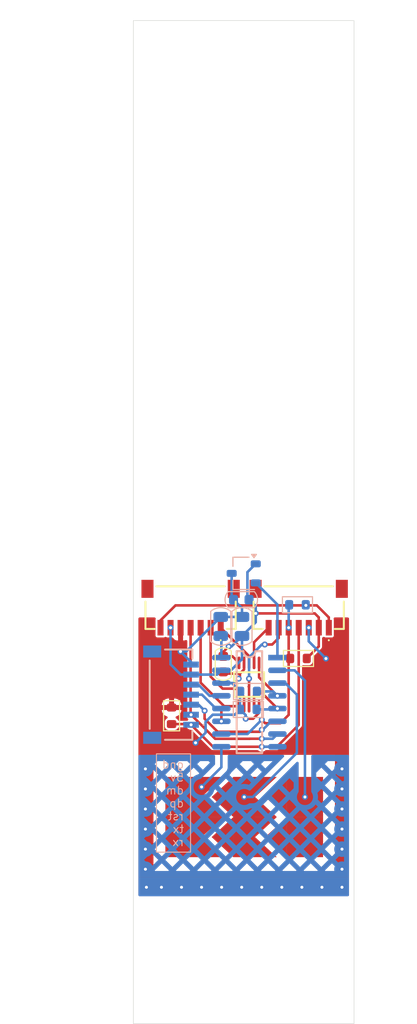
<source format=kicad_pcb>
(kicad_pcb (version 20241229) (generator "pcbnew") (generator_version "9.0")
  (layers (0 "F.Cu" signal) (2 "B.Cu" signal) (13 "F.Paste" user) (15 "B.Paste" user) (5 "F.SilkS" user "F.Silkscreen") (7 "B.SilkS" user "B.Silkscreen") (1 "F.Mask" user) (3 "B.Mask" user) (25 "Edge.Cuts" user))
  (net 0 "")
  (net 1 "Net-(U4-V33)")
  (net 2 "GND")
  (net 3 "5V")
  (net 4 "/DM")
  (net 5 "/DP")
  (net 6 "/OK_NEXT")
  (net 7 "/RESET")
  (net 8 "/TIN0")
  (net 9 "/TIN1")
  (net 10 "/TIN2")
  (net 11 "/MCS")
  (net 12 "/SDA_NEXT")
  (net 13 "/AIN")
  (net 14 "/SCK_NEXT")
  (net 15 "/CS_NEXT")
  (net 16 "/SDA_PREV")
  (net 17 "/SCK_PREV")
  (net 18 "/CS_PREV")
  (net 19 "/SCK")
  (net 20 "/SDA")
  (net 21 "/OK_PREV")
  (footprint "PCM_Capacitor_SMD_AKL:C_0603_1608Metric" (layer "F.Cu") (at 173.160894 94.55275 -90)
    (property "Reference" "C4" (hide yes))
    (property "Value" "100N" (hide yes))
    (fp_line (start -1.3 0.800002) (end 1.3 0.8) (stroke (width 0.12)) (layer "F.SilkS"))
    (fp_line (start 1.3 -0.800002) (end -1.3 -0.8) (stroke (width 0.12)) (layer "F.SilkS"))
    (fp_arc (start -1.3 0.800002) (mid -1.619939 0.000001) (end -1.3 -0.8) (stroke (width 0.12)) (layer "F.SilkS"))
    (fp_arc (start 1.3 -0.800002) (mid 1.619939 -0.000001) (end 1.3 0.8) (stroke (width 0.12)) (layer "F.SilkS"))
    (pad "1" smd roundrect (at -0.775 0 270) (size 0.9 0.95) (layers "F.Cu" "F.Mask" "F.Paste") (net 3 "5V"))
    (pad "2" smd roundrect (at 0.775 0 270) (size 0.9 0.95) (layers "F.Cu" "F.Mask" "F.Paste") (net 2 "GND"))
  )
  (footprint "MountingHole:MountingHole_3.2mm_M3" (layer "F.Cu") (at 181.2 33.8)
    (property "Reference" "H2" (hide yes))
    (property "Value" "FIXED")
    (pad "" np_thru_hole circle (at 0 0) (size 3.2 3.2) (drill 3.2) (layers "*.Cu" "*.Mask"))
  )
  (footprint "PCM_Resistor_SMD_AKL:R_0603_1608Metric" (layer "F.Cu") (at 180.66 93.99175 180)
    (property "Reference" "R1" (hide yes))
    (property "Value" "4.7K" (hide yes))
    (fp_line (start 1.5 0.8) (end 1.5 -0.8) (stroke (width 0.12)) (layer "F.SilkS"))
    (fp_line (start 1.5 -0.8) (end -1.5 -0.8) (stroke (width 0.12)) (layer "F.SilkS"))
    (fp_line (start -1.5 0.8) (end 1.5 0.8) (stroke (width 0.12)) (layer "F.SilkS"))
    (fp_line (start -1.5 -0.8) (end -1.5 0.8) (stroke (width 0.12)) (layer "F.SilkS"))
    (pad "1" smd roundrect (at -0.825 0 180) (size 0.8 0.95) (layers "F.Cu" "F.Mask" "F.Paste") (net 3 "5V"))
    (pad "2" smd roundrect (at 0.825 0 180) (size 0.8 0.95) (layers "F.Cu" "F.Mask" "F.Paste") (net 18 "/CS_PREV"))
  )
  (footprint "CHXXX:MSOP10" (layer "F.Cu") (at 174.733332 98.75175)
    (property "Reference" "U3" (hide yes))
    (property "Value" "CH442E")
    (fp_line (start -0.50279 -3.38699) (end 2.49721 -3.38699) (stroke (width 0.2)) (layer "F.SilkS"))
    (fp_line (start -0.50279 -2.50899) (end -0.50279 -3.38699) (stroke (width 0.2)) (layer "F.SilkS"))
    (fp_line (start -0.50279 -0.93101) (end -0.50279 -1.80901) (stroke (width 0.2)) (layer "F.SilkS"))
    (fp_line (start -0.50279 -0.93101) (end 2.49721 -0.93101) (stroke (width 0.2)) (layer "F.SilkS"))
    (fp_line (start 2.49721 -0.93101) (end 2.49721 -3.38699) (stroke (width 0.2)) (layer "F.SilkS"))
    (fp_arc (start -0.50279 -2.50901) (mid -0.15278 -2.159) (end -0.50279 -1.80899) (stroke (width 0.2)) (layer "F.SilkS"))
    (pad "1" smd rect (at 0 0 90) (size 1.27 0.2794) (layers "F.Cu" "F.Mask" "F.Paste") (net 15 "/CS_NEXT"))
    (pad "2" smd oval (at 0.5 0 90) (size 1.27 0.2794) (layers "F.Cu" "F.Mask" "F.Paste") (net 14 "/SCK_NEXT"))
    (pad "3" smd oval (at 1 0 90) (size 1.27 0.2794) (layers "F.Cu" "F.Mask" "F.Paste") (net 17 "/SCK_PREV"))
    (pad "4" smd oval (at 1.5 0 90) (size 1.27 0.2794) (layers "F.Cu" "F.Mask" "F.Paste") (net 19 "/SCK"))
    (pad "5" smd oval (at 2 0 90) (size 1.27 0.2794) (layers "F.Cu" "F.Mask" "F.Paste") (net 2 "GND"))
    (pad "6" smd oval (at 2 -4.318 90) (size 1.27 0.2794) (layers "F.Cu" "F.Mask" "F.Paste") (net 20 "/SDA"))
    (pad "7" smd oval (at 1.5 -4.318 90) (size 1.27 0.2794) (layers "F.Cu" "F.Mask" "F.Paste") (net 16 "/SDA_PREV"))
    (pad "8" smd oval (at 1 -4.318 90) (size 1.27 0.2794) (layers "F.Cu" "F.Mask" "F.Paste") (net 12 "/SDA_NEXT"))
    (pad "9" smd oval (at 0.5 -4.318 90) (size 1.27 0.2794) (layers "F.Cu" "F.Mask" "F.Paste") (net 2 "GND"))
    (pad "10" smd oval (at 0 -4.318 90) (size 1.27 0.2794) (layers "F.Cu" "F.Mask" "F.Paste") (net 3 "5V"))
  )
  (footprint "footprint:SM07BSRSSTBLFSN" (layer "F.Cu") (at 169.905 88.925 180)
    (property "Reference" "J2" (hide yes))
    (property "Value" "NEXT" (hide yes))
    (fp_line (start 4.5 -2.125) (end 4.5 0.6) (stroke (width 0.2)) (layer "F.SilkS"))
    (fp_line (start 3.6 -2.125) (end 4.5 -2.125) (stroke (width 0.2)) (layer "F.SilkS"))
    (fp_line (start -3 -3.2) (end -3 -3.2) (stroke (width 0.1)) (layer "F.SilkS"))
    (fp_line (start -3 -3.3) (end -3 -3.3) (stroke (width 0.1)) (layer "F.SilkS"))
    (fp_line (start -3.4 2.125) (end 3.4 2.125) (stroke (width 0.2)) (layer "F.SilkS"))
    (fp_line (start -3.6 -2.125) (end -4.5 -2.125) (stroke (width 0.2)) (layer "F.SilkS"))
    (fp_line (start -4.5 -2.125) (end -4.5 0.6) (stroke (width 0.2)) (layer "F.SilkS"))
    (fp_arc (start -3 -3.2) (mid -3.05 -3.25) (end -3 -3.3) (stroke (width 0.1)) (layer "F.SilkS"))
    (fp_arc (start -3 -3.3) (mid -2.95 -3.25) (end -3 -3.2) (stroke (width 0.1)) (layer "F.SilkS"))
    (pad "1" smd rect (at -3 -2 180) (size 0.6 1.55) (layers "F.Cu" "F.Mask" "F.Paste") (net 12 "/SDA_NEXT"))
    (pad "2" smd rect (at -2 -2 180) (size 0.6 1.55) (layers "F.Cu" "F.Mask" "F.Paste") (net 14 "/SCK_NEXT"))
    (pad "3" smd rect (at -1 -2 180) (size 0.6 1.55) (layers "F.Cu" "F.Mask" "F.Paste") (net 15 "/CS_NEXT"))
    (pad "4" smd rect (at 0 -2 180) (size 0.6 1.55) (layers "F.Cu" "F.Mask" "F.Paste") (net 6 "/OK_NEXT"))
    (pad "5" smd rect (at 1 -2 180) (size 0.6 1.55) (layers "F.Cu" "F.Mask" "F.Paste") (net 2 "GND"))
    (pad "6" smd rect (at 2 -2 180) (size 0.6 1.55) (layers "F.Cu" "F.Mask" "F.Paste") (net 3 "5V"))
    (pad "7" smd rect (at 3 -2 180) (size 0.6 1.55) (layers "F.Cu" "F.Mask" "F.Paste") (net 11 "/MCS"))
    (pad "MP1" smd rect (at -4.3 1.875 180) (size 1.2 1.8) (layers "F.Cu" "F.Mask" "F.Paste"))
    (pad "MP2" smd rect (at 4.3 1.875 180) (size 1.2 1.8) (layers "F.Cu" "F.Mask" "F.Paste"))
  )
  (footprint "MountingHole:MountingHole_3.2mm_M3" (layer "F.Cu") (at 169.2 33.8)
    (property "Reference" "H1" (hide yes))
    (property "Value" "FIXED")
    (pad "" np_thru_hole circle (at 0 0) (size 3.2 3.2) (drill 3.2) (layers "*.Cu" "*.Mask"))
  )
  (footprint "PCM_Resistor_SMD_AKL:R_0603_1608Metric" (layer "F.Cu") (at 168.01 99.70825 90)
    (property "Reference" "R2" (hide yes))
    (property "Value" "4.7K" (hide yes))
    (fp_line (start 1.5 -0.8) (end -1.5 -0.8) (stroke (width 0.12)) (layer "F.SilkS"))
    (fp_line (start -1.5 -0.8) (end -1.5 0.8) (stroke (width 0.12)) (layer "F.SilkS"))
    (fp_line (start 1.5 0.8) (end 1.5 -0.8) (stroke (width 0.12)) (layer "F.SilkS"))
    (fp_line (start -1.5 0.8) (end 1.5 0.8) (stroke (width 0.12)) (layer "F.SilkS"))
    (pad "1" smd roundrect (at -0.825 0 90) (size 0.8 0.95) (layers "F.Cu" "F.Mask" "F.Paste") (net 21 "/OK_PREV"))
    (pad "2" smd roundrect (at 0.825 0 90) (size 0.8 0.95) (layers "F.Cu" "F.Mask" "F.Paste") (net 2 "GND"))
  )
  (footprint "footprint:SM07BSRSSTBLFSN" (layer "F.Cu") (at 180.685 88.925 180)
    (property "Reference" "J3" (hide yes))
    (property "Value" "PREV" (hide yes))
    (fp_line (start 4.5 -2.125) (end 4.5 0.6) (stroke (width 0.2)) (layer "F.SilkS"))
    (fp_line (start 3.6 -2.125) (end 4.5 -2.125) (stroke (width 0.2)) (layer "F.SilkS"))
    (fp_line (start -3 -3.2) (end -3 -3.2) (stroke (width 0.1)) (layer "F.SilkS"))
    (fp_line (start -3 -3.3) (end -3 -3.3) (stroke (width 0.1)) (layer "F.SilkS"))
    (fp_line (start -3.4 2.125) (end 3.4 2.125) (stroke (width 0.2)) (layer "F.SilkS"))
    (fp_line (start -3.6 -2.125) (end -4.5 -2.125) (stroke (width 0.2)) (layer "F.SilkS"))
    (fp_line (start -4.5 -2.125) (end -4.5 0.6) (stroke (width 0.2)) (layer "F.SilkS"))
    (fp_arc (start -3 -3.2) (mid -3.05 -3.25) (end -3 -3.3) (stroke (width 0.1)) (layer "F.SilkS"))
    (fp_arc (start -3 -3.3) (mid -2.95 -3.25) (end -3 -3.2) (stroke (width 0.1)) (layer "F.SilkS"))
    (pad "1" smd rect (at -3 -2 180) (size 0.6 1.55) (layers "F.Cu" "F.Mask" "F.Paste") (net 11 "/MCS"))
    (pad "2" smd rect (at -2 -2 180) (size 0.6 1.55) (layers "F.Cu" "F.Mask" "F.Paste") (net 3 "5V"))
    (pad "3" smd rect (at -1 -2 180) (size 0.6 1.55) (layers "F.Cu" "F.Mask" "F.Paste") (net 2 "GND"))
    (pad "4" smd rect (at 0 -2 180) (size 0.6 1.55) (layers "F.Cu" "F.Mask" "F.Paste") (net 21 "/OK_PREV"))
    (pad "5" smd rect (at 1 -2 180) (size 0.6 1.55) (layers "F.Cu" "F.Mask" "F.Paste") (net 18 "/CS_PREV"))
    (pad "6" smd rect (at 2 -2 180) (size 0.6 1.55) (layers "F.Cu" "F.Mask" "F.Paste") (net 17 "/SCK_PREV"))
    (pad "7" smd rect (at 3 -2 180) (size 0.6 1.55) (layers "F.Cu" "F.Mask" "F.Paste") (net 16 "/SDA_PREV"))
    (pad "MP1" smd rect (at -4.3 1.875 180) (size 1.2 1.8) (layers "F.Cu" "F.Mask" "F.Paste"))
    (pad "MP2" smd rect (at 4.3 1.875 180) (size 1.2 1.8) (layers "F.Cu" "F.Mask" "F.Paste"))
  )
  (footprint "1MyLibrary:TouchSlider-3_16x8mm" (layer "F.Cu") (at 175.252221 109.8)
    (property "Reference" "U2" (hide yes))
    (property "Value" "~")
    (pad "1" smd rect (at -6.055555 -2) (size 3.611111 4) (layers "F.Cu" "F.Mask") (net 8 "/TIN0"))
    (pad "1" smd rect (at -6.055555 2) (size 3.611111 4) (layers "F.Cu" "F.Mask") (net 8 "/TIN0"))
    (pad "1" smd trapezoid (at -4.25 -3) (size 2.166666 2) (rect_delta 0 -2.166666) (layers "F.Cu" "F.Mask") (net 8 "/TIN0"))
    (pad "1" smd trapezoid (at -4.25 -1) (size 2.166666 2) (rect_delta 0 2.166666) (layers "F.Cu" "F.Mask") (net 8 "/TIN0"))
    (pad "1" smd trapezoid (at -4.25 1) (size 2.166666 2) (rect_delta 0 -2.166666) (layers "F.Cu" "F.Mask") (net 8 "/TIN0"))
    (pad "1" smd trapezoid (at -4.25 3) (size 2.166666 2) (rect_delta 0 2.166666) (layers "F.Cu" "F.Mask") (net 8 "/TIN0"))
    (pad "2" smd trapezoid (at -2.166666 -2) (size 2.166666 2) (rect_delta -2 0) (layers "F.Cu" "F.Mask") (net 10 "/TIN2"))
    (pad "2" smd trapezoid (at -2.166666 2) (size 2.166666 2) (rect_delta -2 0) (layers "F.Cu" "F.Mask") (net 10 "/TIN2"))
    (pad "2" smd rect (at 0 -2) (size 2.166666 4) (layers "F.Cu" "F.Mask") (net 10 "/TIN2"))
    (pad "2" smd rect (at 0 2) (size 2.166666 4) (layers "F.Cu" "F.Mask") (net 10 "/TIN2"))
    (pad "2" smd trapezoid (at 1.083333 -3) (size 2.166666 2) (rect_delta 0 -2.166666) (layers "F.Cu" "F.Mask") (net 10 "/TIN2"))
    (pad "2" smd trapezoid (at 1.083333 -1) (size 2.166666 2) (rect_delta 0 2.166666) (layers "F.Cu" "F.Mask") (net 10 "/TIN2"))
    (pad "2" smd trapezoid (at 1.083333 1) (size 2.166666 2) (rect_delta 0 -2.166666) (layers "F.Cu" "F.Mask") (net 10 "/TIN2"))
    (pad "2" smd trapezoid (at 1.083333 3) (size 2.166666 2) (rect_delta 0 2.166666) (layers "F.Cu" "F.Mask") (net 10 "/TIN2"))
    (pad "3" smd trapezoid (at 3.166667 -2) (size 2.166666 2) (rect_delta -2 0) (layers "F.Cu" "F.Mask") (net 9 "/TIN1"))
    (pad "3" smd trapezoid (at 3.166667 2) (size 2.166666 2) (rect_delta -2 0) (layers "F.Cu" "F.Mask") (net 9 "/TIN1"))
    (pad "3" smd rect (at 6.055555 -2) (size 3.61111 4) (layers "F.Cu" "F.Mask") (net 9 "/TIN1"))
    (pad "3" smd rect (at 6.055555 2) (size 3.61111 4) (layers "F.Cu" "F.Mask") (net 9 "/TIN1"))
  )
  (footprint "MountingHole:MountingHole_3.2mm_M3" (layer "F.Cu") (at 175.275 58.775)
    (property "Reference" "H3" (hide yes))
    (property "Value" "SPRING")
    (pad "" np_thru_hole circle (at 0 0) (size 3.2 3.2) (drill 3.5) (layers "*.Cu" "*.Mask"))
  )
  (footprint "PCM_Resistor_SMD_AKL:R_0603_1608Metric" (layer "B.Cu") (at 175.6845 97.279 180)
    (property "Reference" "R3" (hide yes))
    (property "Value" "4.7K" (hide yes))
    (fp_line (start 1.5 0.8) (end -1.5 0.8) (stroke (width 0.12)) (layer "B.SilkS"))
    (fp_line (start 1.5 -0.8) (end 1.5 0.8) (stroke (width 0.12)) (layer "B.SilkS"))
    (fp_line (start -1.5 0.8) (end -1.5 -0.8) (stroke (width 0.12)) (layer "B.SilkS"))
    (fp_line (start -1.5 -0.8) (end 1.5 -0.8) (stroke (width 0.12)) (layer "B.SilkS"))
    (pad "1" smd roundrect (at -0.825 0 180) (size 0.8 0.95) (layers "B.Cu" "B.Mask" "B.Paste") (net 20 "/SDA"))
    (pad "2" smd roundrect (at 0.825 0 180) (size 0.8 0.95) (layers "B.Cu" "B.Mask" "B.Paste") (net 2 "GND"))
  )
  (footprint "footprint:SM07BSRSSTBLFSN" (layer "B.Cu") (at 167.95233 97.6 90)
    (property "Reference" "J1" (hide yes))
    (property "Value" "PROGRAM" (hide yes))
    (fp_line (start 3.4 -2.125) (end -3.4 -2.125) (stroke (width 0.2)) (layer "B.SilkS"))
    (fp_line (start 4.5 -0.6) (end 4.5 2.125) (stroke (width 0.2)) (layer "B.SilkS"))
    (fp_line (start -4.5 -0.6) (end -4.5 2.125) (stroke (width 0.2)) (layer "B.SilkS"))
    (fp_line (start 4.5 2.125) (end 3.6 2.125) (stroke (width 0.2)) (layer "B.SilkS"))
    (fp_line (start -4.5 2.125) (end -3.6 2.125) (stroke (width 0.2)) (layer "B.SilkS"))
    (fp_line (start -3 3.2) (end -3 3.2) (stroke (width 0.1)) (layer "B.SilkS"))
    (fp_line (start -3 3.3) (end -3 3.3) (stroke (width 0.1)) (layer "B.SilkS"))
    (fp_arc (start -3 3.2) (mid -2.95 3.25) (end -3 3.3) (stroke (width 0.1)) (layer "B.SilkS"))
    (fp_arc (start -3 3.3) (mid -3.05 3.25) (end -3 3.2) (stroke (width 0.1)) (layer "B.SilkS"))
    (pad "1" smd rect (at -3 2 90) (size 0.6 1.55) (layers "B.Cu" "B.Mask" "B.Paste") (net 21 "/OK_PREV"))
    (pad "2" smd rect (at -2 2 90) (size 0.6 1.55) (layers "B.Cu" "B.Mask" "B.Paste") (net 6 "/OK_NEXT"))
    (pad "3" smd rect (at -1 2 90) (size 0.6 1.55) (layers "B.Cu" "B.Mask" "B.Paste") (net 7 "/RESET"))
    (pad "4" smd rect (at 0 2 90) (size 0.6 1.55) (layers "B.Cu" "B.Mask" "B.Paste") (net 5 "/DP"))
    (pad "5" smd rect (at 1 2 90) (size 0.6 1.55) (layers "B.Cu" "B.Mask" "B.Paste") (net 4 "/DM"))
    (pad "6" smd rect (at 2 2 90) (size 0.6 1.55) (layers "B.Cu" "B.Mask" "B.Paste") (net 3 "5V"))
    (pad "7" smd rect (at 3 2 90) (size 0.6 1.55) (layers "B.Cu" "B.Mask" "B.Paste") (net 2 "GND"))
    (pad "MP1" smd rect (at -4.3 -1.875 90) (size 1.2 1.8) (layers "B.Cu" "B.Mask" "B.Paste"))
    (pad "MP2" smd rect (at 4.3 -1.875 90) (size 1.2 1.8) (layers "B.Cu" "B.Mask" "B.Paste"))
  )
  (footprint "PCM_Capacitor_SMD_AKL:C_0603_1608Metric" (layer "B.Cu") (at 174.959106 88.13 180)
    (property "Reference" "C3" (hide yes))
    (property "Value" "100N" (hide yes))
    (fp_line (start 1.3 0.800002) (end -1.3 0.8) (stroke (width 0.12)) (layer "B.SilkS"))
    (fp_line (start -1.3 -0.800002) (end 1.3 -0.8) (stroke (width 0.12)) (layer "B.SilkS"))
    (fp_arc (start 1.3 -0.8) (mid 1.619939 0.000001) (end 1.3 0.800002) (stroke (width 0.12)) (layer "B.SilkS"))
    (fp_arc (start -1.3 0.8) (mid -1.619939 -0.000001) (end -1.3 -0.800002) (stroke (width 0.12)) (layer "B.SilkS"))
    (pad "1" smd roundrect (at -0.775 0 180) (size 0.9 0.95) (layers "B.Cu" "B.Mask" "B.Paste") (net 3 "5V"))
    (pad "2" smd roundrect (at 0.775 0 180) (size 0.9 0.95) (layers "B.Cu" "B.Mask" "B.Paste") (net 2 "GND"))
  )
  (footprint "PCM_Capacitor_SMD_AKL:C_0805_2012Metric" (layer "B.Cu") (at 175.03 90.800894 90)
    (property "Reference" "C2" (hide yes))
    (property "Value" "1U" (hide yes))
    (fp_line (start 1.5 -1) (end -1.5 -1) (stroke (width 0.12)) (layer "B.SilkS"))
    (fp_line (start -1.5 1) (end 1.5 1) (stroke (width 0.12)) (layer "B.SilkS"))
    (fp_arc (start 1.5 -1) (mid 1.880894 0) (end 1.5 1) (stroke (width 0.12)) (layer "B.SilkS"))
    (fp_arc (start -1.5 1) (mid -1.880894 0) (end -1.5 -1) (stroke (width 0.12)) (layer "B.SilkS"))
    (pad "1" smd roundrect (at -0.95 0 90) (size 1 1.45) (layers "B.Cu" "B.Mask" "B.Paste") (net 3 "5V"))
    (pad "2" smd roundrect (at 0.95 0 90) (size 1 1.45) (layers "B.Cu" "B.Mask" "B.Paste") (net 2 "GND"))
  )
  (footprint "Package_TO_SOT_SMD:SOT-23W" (layer "B.Cu") (at 175.2 85.5075 180)
    (property "Reference" "U1" (hide yes))
    (property "Value" "OH49E")
    (fp_line (start 1.075 1.61) (end -0.525 1.61) (stroke (width 0.12)) (layer "B.SilkS"))
    (fp_line (start 1.075 0.7) (end 1.075 1.61) (stroke (width 0.12)) (layer "B.SilkS"))
    (fp_line (start 1.075 -1.61) (end 1.075 -0.7) (stroke (width 0.12)) (layer "B.SilkS"))
    (fp_line (start 1.075 -1.61) (end -1.075 -1.61) (stroke (width 0.12)) (layer "B.SilkS"))
    (fp_poly (pts (xy -1.025 1.56) (xy -1.265 1.89) (xy -0.785 1.89) (xy -1.025 1.56)) (stroke (width 0.12)) (fill yes) (layer "B.SilkS"))
    (pad "1" smd roundrect (at -1.2 0.95 180) (size 1 0.7) (layers "B.Cu" "B.Mask" "B.Paste") (net 3 "5V"))
    (pad "2" smd roundrect (at -1.2 -0.95 180) (size 1 0.7) (layers "B.Cu" "B.Mask" "B.Paste") (net 13 "/AIN"))
    (pad "3" smd roundrect (at 1.2 0 180) (size 1 0.7) (layers "B.Cu" "B.Mask" "B.Paste") (net 2 "GND"))
  )
  (footprint "CHXXX:SOP16" (layer "B.Cu") (at 178.562 93.904 -90)
    (property "Reference" "U4" (hide yes))
    (property "Value" "CH552G")
    (fp_line (start -0.635 4.064) (end -0.635 3.394) (stroke (width 0.2032)) (layer "B.SilkS"))
    (fp_line (start 9.525 4.064) (end -0.635 4.064) (stroke (width 0.2032)) (layer "B.SilkS"))
    (fp_line (start 9.525 4.064) (end 9.525 1.524) (stroke (width 0.2032)) (layer "B.SilkS"))
    (fp_line (start -0.635 2.194) (end -0.635 1.524) (stroke (width 0.2032)) (layer "B.SilkS"))
    (fp_line (start 9.525 1.524) (end -0.635 1.524) (stroke (width 0.2032)) (layer "B.SilkS"))
    (fp_arc (start -0.635 2.194) (mid -0.035 2.794) (end -0.635 3.394) (stroke (width 0.2032)) (layer "B.SilkS"))
    (pad "1" smd rect (at 0 0 270) (size 0.5588 1.8288) (layers "B.Cu" "B.Mask" "B.Paste") (net 13 "/AIN"))
    (pad "2" smd roundrect (at 1.27 0 270) (size 0.5588 1.8288) (layers "B.Cu" "B.Mask" "B.Paste") (chamfer_ratio 0.25) (chamfer top_left top_right bottom_left bottom_right) (net 9 "/TIN1"))
    (pad "3" smd roundrect (at 2.54 0 270) (size 0.5588 1.8288) (layers "B.Cu" "B.Mask" "B.Paste") (chamfer_ratio 0.25) (chamfer top_left top_right bottom_left bottom_right) (net 10 "/TIN2"))
    (pad "4" smd roundrect (at 3.81 0 270) (size 0.5588 1.8288) (layers "B.Cu" "B.Mask" "B.Paste") (chamfer_ratio 0.25) (chamfer top_left top_right bottom_left bottom_right) (net 20 "/SDA"))
    (pad "5" smd roundrect (at 5.08 0 270) (size 0.5588 1.8288) (layers "B.Cu" "B.Mask" "B.Paste") (chamfer_ratio 0.25) (chamfer top_left top_right bottom_left bottom_right) (net 19 "/SCK"))
    (pad "6" smd roundrect (at 6.35 0 270) (size 0.5588 1.8288) (layers "B.Cu" "B.Mask" "B.Paste") (chamfer_ratio 0.25) (chamfer top_left top_right bottom_left bottom_right) (net 7 "/RESET"))
    (pad "7" smd roundrect (at 7.62 0 270) (size 0.5588 1.8288) (layers "B.Cu" "B.Mask" "B.Paste") (chamfer_ratio 0.25) (chamfer top_left top_right bottom_left bottom_right) (net 6 "/OK_NEXT"))
    (pad "8" smd roundrect (at 8.89 0 270) (size 0.5588 1.8288) (layers "B.Cu" "B.Mask" "B.Paste") (chamfer_ratio 0.25) (chamfer top_left top_right bottom_left bottom_right) (net 21 "/OK_PREV"))
    (pad "9" smd roundrect (at 8.89 5.588 270) (size 0.5588 1.8288) (layers "B.Cu" "B.Mask" "B.Paste") (chamfer_ratio 0.25) (chamfer top_left top_right bottom_left bottom_right) (net 8 "/TIN0"))
    (pad "10" smd roundrect (at 7.62 5.588 270) (size 0.5588 1.8288) (layers "B.Cu" "B.Mask" "B.Paste") (chamfer_ratio 0.25) (chamfer top_left top_right bottom_left bottom_right) (net 18 "/CS_PREV"))
    (pad "11" smd roundrect (at 6.35 5.588 270) (size 0.5588 1.8288) (layers "B.Cu" "B.Mask" "B.Paste") (chamfer_ratio 0.25) (chamfer top_left top_right bottom_left bottom_right) (net 15 "/CS_NEXT"))
    (pad "12" smd roundrect (at 5.08 5.588 270) (size 0.5588 1.8288) (layers "B.Cu" "B.Mask" "B.Paste") (chamfer_ratio 0.25) (chamfer top_left top_right bottom_left bottom_right) (net 5 "/DP"))
    (pad "13" smd roundrect (at 3.81 5.588 270) (size 0.5588 1.8288) (layers "B.Cu" "B.Mask" "B.Paste") (chamfer_ratio 0.25) (chamfer top_left top_right bottom_left bottom_right) (net 4 "/DM"))
    (pad "14" smd roundrect (at 2.54 5.588 270) (size 0.5588 1.8288) (layers "B.Cu" "B.Mask" "B.Paste") (chamfer_ratio 0.25) (chamfer top_left top_right bottom_left bottom_right) (net 2 "GND"))
    (pad "15" smd roundrect (at 1.27 5.588 270) (size 0.5588 1.8288) (layers "B.Cu" "B.Mask" "B.Paste") (chamfer_ratio 0.25) (chamfer top_left top_right bottom_left bottom_right) (net 3 "5V"))
    (pad "16" smd roundrect (at 0 5.588 270) (size 0.5588 1.8288) (layers "B.Cu" "B.Mask" "B.Paste") (chamfer_ratio 0.25) (chamfer top_left top_right bottom_left bottom_right) (net 1 "Net-(U4-V33)"))
  )
  (footprint "PCM_Resistor_SMD_AKL:R_0603_1608Metric" (layer "B.Cu") (at 180.56 88.64 180)
    (property "Reference" "R5" (hide yes))
    (property "Value" "0" (hide yes))
    (fp_line (start 1.5 0.8) (end -1.5 0.8) (stroke (width 0.12)) (layer "B.SilkS"))
    (fp_line (start 1.5 -0.8) (end 1.5 0.8) (stroke (width 0.12)) (layer "B.SilkS"))
    (fp_line (start -1.5 0.8) (end -1.5 -0.8) (stroke (width 0.12)) (layer "B.SilkS"))
    (fp_line (start -1.5 -0.8) (end 1.5 -0.8) (stroke (width 0.12)) (layer "B.SilkS"))
    (pad "1" smd roundrect (at -0.825 0 180) (size 0.8 0.95) (layers "B.Cu" "B.Mask" "B.Paste") (net 11 "/MCS"))
    (pad "2" smd roundrect (at 0.825 0 180) (size 0.8 0.95) (layers "B.Cu" "B.Mask" "B.Paste") (net 18 "/CS_PREV"))
  )
  (footprint "PCM_Capacitor_SMD_AKL:C_0805_2012Metric" (layer "B.Cu") (at 172.91 90.800894 90)
    (property "Reference" "C1" (hide yes))
    (property "Value" "1U" (hide yes))
    (fp_line (start 1.5 -1) (end -1.5 -1) (stroke (width 0.12)) (layer "B.SilkS"))
    (fp_line (start -1.5 1) (end 1.5 1) (stroke (width 0.12)) (layer "B.SilkS"))
    (fp_arc (start 1.5 -1) (mid 1.880894 0) (end 1.5 1) (stroke (width 0.12)) (layer "B.SilkS"))
    (fp_arc (start -1.5 1) (mid -1.880894 0) (end -1.5 -1) (stroke (width 0.12)) (layer "B.SilkS"))
    (pad "1" smd roundrect (at -0.95 0 90) (size 1 1.45) (layers "B.Cu" "B.Mask" "B.Paste") (net 1 "Net-(U4-V33)"))
    (pad "2" smd roundrect (at 0.95 0 90) (size 1 1.45) (layers "B.Cu" "B.Mask" "B.Paste") (net 2 "GND"))
  )
  (footprint "PCM_Resistor_SMD_AKL:R_0603_1608Metric" (layer "B.Cu") (at 175.66 99.07175 180)
    (property "Reference" "R4" (hide yes))
    (property "Value" "4.7K" (hide yes))
    (fp_line (start 1.5 0.8) (end -1.5 0.8) (stroke (width 0.12)) (layer "B.SilkS"))
    (fp_line (start 1.5 -0.8) (end 1.5 0.8) (stroke (width 0.12)) (layer "B.SilkS"))
    (fp_line (start -1.5 0.8) (end -1.5 -0.8) (stroke (width 0.12)) (layer "B.SilkS"))
    (fp_line (start -1.5 -0.8) (end 1.5 -0.8) (stroke (width 0.12)) (layer "B.SilkS"))
    (pad "1" smd roundrect (at -0.825 0 180) (size 0.8 0.95) (layers "B.Cu" "B.Mask" "B.Paste") (net 19 "/SCK"))
    (pad "2" smd roundrect (at 0.825 0 180) (size 0.8 0.95) (layers "B.Cu" "B.Mask" "B.Paste") (net 2 "GND"))
  )
  (gr_rect (start 164.2 30.4) (end 186.2 130.4) (stroke (width 0.05)) (fill no) (layer "Edge.Cuts"))
  (gr_text_box "gnd\n5v\ndm\ndp\nrst\ntx\nrx" (start 166.5 103.5) (end 169.9 113.3) (margins 0.65 0.65 0.65 0.65) (layer "B.SilkS") (effects (font (size 0.8 0.8) (thickness 0.1)) (justify left top mirror)) (border yes) (stroke (width 0.1)))
  (segment (start 172.974 93.904) (end 172.974 91.814894) (width 0.254) (layer "B.Cu") (net 1))
  (segment (start 172.974 91.814894) (end 172.91 91.750894) (width 0.254) (layer "B.Cu") (net 1))
  (segment (start 174.7 96) (end 174.82381 95.87619) (width 0.254) (layer "F.Cu") (net 2))
  (segment (start 176.733332 98.75175) (end 176.733332 99.408478) (width 0.254) (layer "F.Cu") (net 2))
  (segment (start 176.14181 100) (end 175.4 100) (width 0.254) (layer "F.Cu") (net 2))
  (segment (start 176.733332 99.408478) (end 176.14181 100) (width 0.254) (layer "F.Cu") (net 2))
  (segment (start 175.233332 95.090478) (end 174.82381 95.5) (width 0.254) (layer "F.Cu") (net 2))
  (segment (start 174.82381 95.87619) (end 174.82381 95.5) (width 0.254) (layer "F.Cu") (net 2))
  (segment (start 175.233332 94.43375) (end 175.233332 95.090478) (width 0.254) (layer "F.Cu") (net 2))
  (segment (start 174.82381 95.5) (end 173.333144 95.5) (width 0.254) (layer "F.Cu") (net 2))
  (segment (start 173.333144 95.5) (end 173.160894 95.32775) (width 0.254) (layer "F.Cu") (net 2))
  (via (at 165.4 115) (size 0.6) (drill 0.3) (layers "F.Cu" "B.Cu") (net 2))
  (via (at 181 116.8) (size 0.6) (drill 0.3) (layers "F.Cu" "B.Cu") (net 2))
  (via (at 173 116.8) (size 0.6) (drill 0.3) (layers "F.Cu" "B.Cu") (net 2))
  (via (at 168.9 93.3) (size 0.6) (drill 0.3) (layers "F.Cu" "B.Cu") (net 2))
  (via (at 183 116.8) (size 0.6) (drill 0.3) (layers "F.Cu" "B.Cu") (net 2))
  (via (at 179 116.8) (size 0.6) (drill 0.3) (layers "F.Cu" "B.Cu") (net 2))
  (via (at 165.4 113) (size 0.6) (drill 0.3) (layers "F.Cu" "B.Cu") (net 2))
  (via (at 185 116.8) (size 0.6) (drill 0.3) (layers "F.Cu" "B.Cu") (net 2))
  (via (at 165.4 109) (size 0.6) (drill 0.3) (layers "F.Cu" "B.Cu") (net 2))
  (via (at 177 116.8) (size 0.6) (drill 0.3) (layers "F.Cu" "B.Cu") (net 2))
  (via (at 181.685 90.925) (size 0.6) (drill 0.3) (layers "F.Cu" "B.Cu") (net 2))
  (via (at 165.4 107) (size 0.6) (drill 0.3) (layers "F.Cu" "B.Cu") (net 2))
  (via (at 185 111) (size 0.6) (drill 0.3) (layers "F.Cu" "B.Cu") (net 2))
  (via (at 185 107) (size 0.6) (drill 0.3) (layers "F.Cu" "B.Cu") (net 2))
  (via (at 170.4 102.4) (size 0.6) (drill 0.3) (layers "F.Cu" "B.Cu") (net 2))
  (via (at 185 109) (size 0.6) (drill 0.3) (layers "F.Cu" "B.Cu") (net 2))
  (via (at 175 116.8) (size 0.6) (drill 0.3) (layers "F.Cu" "B.Cu") (net 2))
  (via (at 183.4 94) (size 0.6) (drill 0.3) (layers "F.Cu" "B.Cu") (net 2))
  (via (at 165.5 116.8) (size 0.6) (drill 0.3) (layers "F.Cu" "B.Cu") (net 2))
  (via (at 174.7 96) (size 0.6) (drill 0.3) (layers "F.Cu" "B.Cu") (net 2))
  (via (at 167 116.8) (size 0.6) (drill 0.3) (layers "F.Cu" "B.Cu") (net 2))
  (via (at 165.4 111) (size 0.6) (drill 0.3) (layers "F.Cu" "B.Cu") (net 2))
  (via (at 175.4 100) (size 0.6) (drill 0.3) (layers "F.Cu" "B.Cu") (net 2))
  (via (at 169 116.8) (size 0.6) (drill 0.3) (layers "F.Cu" "B.Cu") (net 2))
  (via (at 165.4 105) (size 0.6) (drill 0.3) (layers "F.Cu" "B.Cu") (net 2))
  (via (at 171 116.8) (size 0.6) (drill 0.3) (layers "F.Cu" "B.Cu") (net 2))
  (via (at 185 105) (size 0.6) (drill 0.3) (layers "F.Cu" "B.Cu") (net 2))
  (via (at 185 113) (size 0.6) (drill 0.3) (layers "F.Cu" "B.Cu") (net 2))
  (via (at 185 115) (size 0.6) (drill 0.3) (layers "F.Cu" "B.Cu") (net 2))
  (segment (start 175.4 99.63675) (end 174.835 99.07175) (width 0.254) (layer "B.Cu") (net 2))
  (segment (start 174.184106 88.13) (end 174.184106 88.084106) (width 0.254) (layer "B.Cu") (net 2))
  (segment (start 174.0245 96.444) (end 172.974 96.444) (width 0.254) (layer "B.Cu") (net 2))
  (segment (start 174.835 99.07175) (end 174.835 97.3035) (width 0.254) (layer "B.Cu") (net 2))
  (segment (start 169.95233 94.35233) (end 168.9 93.3) (width 0.254) (layer "B.Cu") (net 2))
  (segment (start 172.110036 99.6) (end 171.4 100.310036) (width 0.254) (layer "B.Cu") (net 2))
  (segment (start 168.9 93.3) (end 169.460894 93.3) (width 0.254) (layer "B.Cu") (net 2))
  (segment (start 175.03 89.850894) (end 172.91 89.850894) (width 0.254) (layer "B.Cu") (net 2))
  (segment (start 174.835 99.07175) (end 174.835 99.135) (width 0.254) (layer "B.Cu") (net 2))
  (segment (start 174.8595 97.279) (end 174.0245 96.444) (width 0.254) (layer "B.Cu") (net 2))
  (segment (start 172.974 96.444) (end 174.256 96.444) (width 0.254) (layer "B.Cu") (net 2))
  (segment (start 175.03 88.975894) (end 174.184106 88.13) (width 0.254) (layer "B.Cu") (net 2))
  (segment (start 181.685 90.925) (end 181.685 92.285) (width 0.254) (layer "B.Cu") (net 2))
  (segment (start 174.184106 88.084106) (end 174 87.9) (width 0.254) (layer "B.Cu") (net 2))
  (segment (start 175.03 89.850894) (end 175.03 88.975894) (width 0.254) (layer "B.Cu") (net 2))
  (segment (start 169.95233 94.6) (end 169.95233 94.35233) (width 0.254) (layer "B.Cu") (net 2))
  (segment (start 171.4 101.4) (end 170.4 102.4) (width 0.254) (layer "B.Cu") (net 2))
  (segment (start 171.4 101) (end 171.4 101.4) (width 0.254) (layer "B.Cu") (net 2))
  (segment (start 171.4 100.310036) (end 171.4 101) (width 0.254) (layer "B.Cu") (net 2))
  (segment (start 169.460894 93.3) (end 172.91 89.850894) (width 0.254) (layer "B.Cu") (net 2))
  (segment (start 174.256 96.444) (end 174.7 96) (width 0.254) (layer "B.Cu") (net 2))
  (segment (start 174 87.9) (end 174 85.5075) (width 0.254) (layer "B.Cu") (net 2))
  (segment (start 175.4 100) (end 175.4 99.63675) (width 0.254) (layer "B.Cu") (net 2))
  (segment (start 174.30675 99.6) (end 172.110036 99.6) (width 0.254) (layer "B.Cu") (net 2))
  (segment (start 181.685 92.285) (end 183.4 94) (width 0.254) (layer "B.Cu") (net 2))
  (segment (start 174.835 99.07175) (end 174.30675 99.6) (width 0.254) (layer "B.Cu") (net 2))
  (segment (start 174.835 97.3035) (end 174.8595 97.279) (width 0.254) (layer "B.Cu") (net 2))
  (segment (start 174.077332 93.77775) (end 174.733332 94.43375) (width 0.254) (layer "F.Cu") (net 3))
  (segment (start 173.160894 93.339106) (end 173.7 92.8) (width 0.254) (layer "F.Cu") (net 3))
  (segment (start 182.685 89.896) (end 182.685 90.925) (width 0.254) (layer "F.Cu") (net 3))
  (segment (start 182.289 89.5) (end 182.685 89.896) (width 0.254) (layer "F.Cu") (net 3))
  (segment (start 182.685 90.925) (end 182.685 92.79175) (width 0.254) (layer "F.Cu") (net 3))
  (segment (start 182.685 92.79175) (end 181.485 93.99175) (width 0.254) (layer "F.Cu") (net 3))
  (segment (start 173.160894 93.77775) (end 174.077332 93.77775) (width 0.254) (layer "F.Cu") (net 3))
  (segment (start 173.160894 93.77775) (end 173.160894 93.339106) (width 0.254) (layer "F.Cu") (net 3))
  (segment (start 176.4 89.5) (end 182.289 89.5) (width 0.254) (layer "F.Cu") (net 3))
  (via (at 167.905 90.925) (size 0.6) (drill 0.3) (layers "F.Cu" "B.Cu") (net 3))
  (via (at 176.4 89.5) (size 0.6) (drill 0.3) (layers "F.Cu" "B.Cu") (net 3))
  (via (at 173.7 92.8) (size 0.6) (drill 0.3) (layers "F.Cu" "B.Cu") (net 3))
  (segment (start 173.926 95.174) (end 175.03 94.07) (width 0.254) (layer "B.Cu") (net 3))
  (segment (start 173.7 92.8) (end 173.980894 92.8) (width 0.254) (layer "B.Cu") (net 3))
  (segment (start 173.980894 92.8) (end 175.03 91.750894) (width 0.254) (layer "B.Cu") (net 3))
  (segment (start 172.548 95.6) (end 172.974 95.174) (width 0.254) (layer "B.Cu") (net 3))
  (segment (start 172.974 95.174) (end 173.926 95.174) (width 0.254) (layer "B.Cu") (net 3))
  (segment (start 176.4 89.5) (end 176.4 88.795894) (width 0.254) (layer "B.Cu") (net 3))
  (segment (start 168.92333 95.6) (end 169.95233 95.6) (width 0.254) (layer "B.Cu") (net 3))
  (segment (start 176.4 90.380894) (end 175.03 91.750894) (width 0.254) (layer "B.Cu") (net 3))
  (segment (start 176.4 89.5) (end 176.4 90.380894) (width 0.254) (layer "B.Cu") (net 3))
  (segment (start 175.572 87.967894) (end 175.572 85.3855) (width 0.254) (layer "B.Cu") (net 3))
  (segment (start 167.905 94.58167) (end 168.92333 95.6) (width 0.254) (layer "B.Cu") (net 3))
  (segment (start 176.4 88.795894) (end 175.734106 88.13) (width 0.254) (layer "B.Cu") (net 3))
  (segment (start 169.95233 95.6) (end 172.548 95.6) (width 0.254) (layer "B.Cu") (net 3))
  (segment (start 167.905 90.925) (end 167.905 94.58167) (width 0.254) (layer "B.Cu") (net 3))
  (segment (start 175.572 85.3855) (end 176.4 84.5575) (width 0.254) (layer "B.Cu") (net 3))
  (segment (start 175.03 94.07) (end 175.03 91.750894) (width 0.254) (layer "B.Cu") (net 3))
  (segment (start 175.734106 88.13) (end 175.572 87.967894) (width 0.254) (layer "B.Cu") (net 3))
  (segment (start 170.68333 96.6) (end 169.95233 96.6) (width 0.254) (layer "B.Cu") (net 4))
  (segment (start 172.974 97.714) (end 171.79733 97.714) (width 0.254) (layer "B.Cu") (net 4))
  (segment (start 171.79733 97.714) (end 170.68333 96.6) (width 0.254) (layer "B.Cu") (net 4))
  (segment (start 172.423862 98.984) (end 172.974 98.984) (width 0.254) (layer "B.Cu") (net 5))
  (segment (start 169.95233 97.6) (end 171.039862 97.6) (width 0.254) (layer "B.Cu") (net 5))
  (segment (start 171.039862 97.6) (end 172.423862 98.984) (width 0.254) (layer "B.Cu") (net 5))
  (segment (start 177 101.993997) (end 175.8 101.993997) (width 0.254) (layer "F.Cu") (net 6))
  (segment (start 175.793997 102) (end 172.35233 102) (width 0.254) (layer "F.Cu") (net 6))
  (segment (start 169.905 99.55267) (end 169.95233 99.6) (width 0.254) (layer "F.Cu") (net 6))
  (segment (start 169.905 90.925) (end 169.905 99.55267) (width 0.254) (layer "F.Cu") (net 6))
  (segment (start 175.8 101.993997) (end 175.793997 102) (width 0.254) (layer "F.Cu") (net 6))
  (segment (start 172.35233 102) (end 169.95233 99.6) (width 0.254) (layer "F.Cu") (net 6))
  (via (at 177 101.993997) (size 0.6) (drill 0.3) (layers "F.Cu" "B.Cu") (net 6))
  (via (at 169.95233 99.6) (size 0.6) (drill 0.3) (layers "F.Cu" "B.Cu") (net 6))
  (segment (start 178.092003 101.993997) (end 178.562 101.524) (width 0.254) (layer "B.Cu") (net 6))
  (segment (start 177 101.993997) (end 178.092003 101.993997) (width 0.254) (layer "B.Cu") (net 6))
  (segment (start 171.3 100) (end 172.6 101.3) (width 0.254) (layer "F.Cu") (net 7))
  (segment (start 172.6 101.3) (end 176.8 101.3) (width 0.254) (layer "F.Cu") (net 7))
  (segment (start 176.8 101.3) (end 177 101.1) (width 0.254) (layer "F.Cu") (net 7))
  (segment (start 171.3 99.2) (end 171.3 100) (width 0.254) (layer "F.Cu") (net 7))
  (via (at 177 101.1) (size 0.6) (drill 0.3) (layers "F.Cu" "B.Cu") (net 7))
  (via (at 171.3 99.2) (size 0.6) (drill 0.3) (layers "F.Cu" "B.Cu") (net 7))
  (segment (start 177.946 100.254) (end 178.562 100.254) (width 0.254) (layer "B.Cu") (net 7))
  (segment (start 177.1 101.1) (end 177.946 100.254) (width 0.254) (layer "B.Cu") (net 7))
  (segment (start 170.7 98.6) (end 169.95233 98.6) (width 0.254) (layer "B.Cu") (net 7))
  (segment (start 171.3 99.2) (end 170.7 98.6) (width 0.254) (layer "B.Cu") (net 7))
  (segment (start 177 101.1) (end 177.1 101.1) (width 0.254) (layer "B.Cu") (net 7))
  (via (at 171.002221 106.8) (size 0.6) (drill 0.3) (layers "F.Cu" "B.Cu") (net 8))
  (segment (start 171.002221 106.8) (end 172.974 104.828221) (width 0.254) (layer "B.Cu") (net 8))
  (segment (start 172.974 104.828221) (end 172.974 102.794) (width 0.254) (layer "B.Cu") (net 8))
  (via (at 181.307776 107.8) (size 0.6) (drill 0.3) (layers "F.Cu" "B.Cu") (net 9))
  (segment (start 180.274 95.174) (end 181.307776 96.207776) (width 0.254) (layer "B.Cu") (net 9))
  (segment (start 178.562 95.174) (end 180.274 95.174) (width 0.254) (layer "B.Cu") (net 9))
  (segment (start 181.307776 96.207776) (end 181.307776 107.8) (width 0.254) (layer "B.Cu") (net 9))
  (via (at 175.252221 107.8) (size 0.6) (drill 0.3) (layers "F.Cu" "B.Cu") (net 10))
  (segment (start 178.562 96.444) (end 179.344 96.444) (width 0.254) (layer "B.Cu") (net 10))
  (segment (start 179.344 96.444) (end 180.5 97.6) (width 0.254) (layer "B.Cu") (net 10))
  (segment (start 180.5 103.4) (end 176.1 107.8) (width 0.254) (layer "B.Cu") (net 10))
  (segment (start 180.5 97.6) (end 180.5 103.4) (width 0.254) (layer "B.Cu") (net 10))
  (segment (start 176.1 107.8) (end 175.252221 107.8) (width 0.254) (layer "B.Cu") (net 10))
  (segment (start 182.489 88.7) (end 181.4 88.7) (width 0.254) (layer "F.Cu") (net 11))
  (segment (start 183.685 90.925) (end 183.685 89.896) (width 0.254) (layer "F.Cu") (net 11))
  (segment (start 183.685 89.896) (end 182.489 88.7) (width 0.254) (layer "F.Cu") (net 11))
  (segment (start 181.4 88.7) (end 168.399 88.7) (width 0.254) (layer "F.Cu") (net 11))
  (segment (start 166.905 90.194) (end 166.905 90.925) (width 0.254) (layer "F.Cu") (net 11))
  (segment (start 168.399 88.7) (end 166.905 90.194) (width 0.254) (layer "F.Cu") (net 11))
  (via (at 181.4 88.7) (size 0.6) (drill 0.3) (layers "F.Cu" "B.Cu") (net 11))
  (segment (start 175.733332 93.753332) (end 175.733332 94.43375) (width 0.254) (layer "F.Cu") (net 12))
  (segment (start 172.905 90.925) (end 175.733332 93.753332) (width 0.254) (layer "F.Cu") (net 12))
  (segment (start 178.562 88.6195) (end 176.4 86.4575) (width 0.254) (layer "B.Cu") (net 13))
  (segment (start 178.562 93.904) (end 178.562 88.6195) (width 0.254) (layer "B.Cu") (net 13))
  (segment (start 173.1 97) (end 171.905 95.805) (width 0.254) (layer "F.Cu") (net 14))
  (segment (start 174.4 97) (end 173.1 97) (width 0.254) (layer "F.Cu") (net 14))
  (segment (start 175.233332 97.833332) (end 174.4 97) (width 0.254) (layer "F.Cu") (net 14))
  (segment (start 171.905 95.805) (end 171.905 90.925) (width 0.254) (layer "F.Cu") (net 14))
  (segment (start 175.233332 98.75175) (end 175.233332 97.833332) (width 0.254) (layer "F.Cu") (net 14))
  (segment (start 172.974 99.0295) (end 173.25175 98.75175) (width 0.254) (layer "F.Cu") (net 15))
  (segment (start 170.905 96.405) (end 173.25175 98.75175) (width 0.254) (layer "F.Cu") (net 15))
  (segment (start 173.25175 98.75175) (end 174.733332 98.75175) (width 0.254) (layer "F.Cu") (net 15))
  (segment (start 170.905 90.925) (end 170.905 96.405) (width 0.254) (layer "F.Cu") (net 15))
  (segment (start 172.974 100.254) (end 172.974 99.0295) (width 0.254) (layer "F.Cu") (net 15))
  (via (at 172.974 100.254) (size 0.6) (drill 0.3) (layers "F.Cu" "B.Cu") (net 15))
  (segment (start 177.685 90.925) (end 176.233332 92.376668) (width 0.254) (layer "F.Cu") (net 16))
  (segment (start 176.233332 92.376668) (end 176.233332 94.43375) (width 0.254) (layer "F.Cu") (net 16))
  (segment (start 175.733332 96.766668) (end 175.7 96.8) (width 0.254) (layer "F.Cu") (net 17))
  (segment (start 178.685 91.954) (end 178.685 90.925) (width 0.254) (layer "F.Cu") (net 17))
  (segment (start 175.733332 96) (end 175.733332 96.766668) (width 0.254) (layer "F.Cu") (net 17))
  (segment (start 177.3 92.6) (end 178.039 92.6) (width 0.254) (layer "F.Cu") (net 17))
  (segment (start 178.039 92.6) (end 178.685 91.954) (width 0.254) (layer "F.Cu") (net 17))
  (segment (start 175.733332 98.75175) (end 175.733332 96) (width 0.254) (layer "F.Cu") (net 17))
  (via (at 177.3 92.6) (size 0.6) (drill 0.3) (layers "F.Cu" "B.Cu") (net 17))
  (via (at 175.733332 96) (size 0.6) (drill 0.3) (layers "F.Cu" "B.Cu") (net 17))
  (segment (start 175.733332 93.876668) (end 177.01 92.6) (width 0.254) (layer "B.Cu") (net 17))
  (segment (start 175.733332 96) (end 175.733332 93.876668) (width 0.254) (layer "B.Cu") (net 17))
  (segment (start 177.01 92.6) (end 177.3 92.6) (width 0.254) (layer "B.Cu") (net 17))
  (segment (start 177.35 100.45) (end 178.85 100.45) (width 0.254) (layer "F.Cu") (net 18))
  (segment (start 177 100.1) (end 177.35 100.45) (width 0.254) (layer "F.Cu") (net 18))
  (segment (start 178.85 100.45) (end 179.685 99.615) (width 0.254) (layer "F.Cu") (net 18))
  (segment (start 179.685 99.615) (end 179.685 90.925) (width 0.254) (layer "F.Cu") (net 18))
  (via (at 179.685 90.925) (size 0.6) (drill 0.3) (layers "F.Cu" "B.Cu") (net 18))
  (via (at 177 100.1) (size 0.6) (drill 0.3) (layers "F.Cu" "B.Cu") (net 18))
  (segment (start 177 100.1) (end 175.576 101.524) (width 0.254) (layer "B.Cu") (net 18))
  (segment (start 175.576 101.524) (end 172.974 101.524) (width 0.254) (layer "B.Cu") (net 18))
  (segment (start 179.685 88.69) (end 179.735 88.64) (width 0.254) (layer "B.Cu") (net 18))
  (segment (start 179.685 90.925) (end 179.685 88.69) (width 0.254) (layer "B.Cu") (net 18))
  (segment (start 176.45 97.45) (end 177.028 97.45) (width 0.254) (layer "F.Cu") (net 19))
  (segment (start 176.233332 98.75175) (end 176.233332 97.666668) (width 0.254) (layer "F.Cu") (net 19))
  (segment (start 176.233332 97.666668) (end 176.45 97.45) (width 0.254) (layer "F.Cu") (net 19))
  (segment (start 177.028 97.45) (end 178.562 98.984) (width 0.254) (layer "F.Cu") (net 19))
  (via (at 178.562 98.984) (size 0.6) (drill 0.3) (layers "F.Cu" "B.Cu") (net 19))
  (segment (start 176.485 99.07175) (end 178.47425 99.07175) (width 0.254) (layer "B.Cu") (net 19))
  (segment (start 178.47425 99.07175) (end 178.562 98.984) (width 0.254) (layer "B.Cu") (net 19))
  (segment (start 178.562 97.714) (end 176.733332 95.885332) (width 0.254) (layer "F.Cu") (net 20))
  (segment (start 176.733332 95.885332) (end 176.733332 94.43375) (width 0.254) (layer "F.Cu") (net 20))
  (via (at 178.562 97.714) (size 0.6) (drill 0.3) (layers "F.Cu" "B.Cu") (net 20))
  (segment (start 178.127 97.279) (end 178.562 97.714) (width 0.254) (layer "B.Cu") (net 20))
  (segment (start 176.5095 97.279) (end 178.127 97.279) (width 0.254) (layer "B.Cu") (net 20))
  (segment (start 178.506 102.794) (end 180.685 100.615) (width 0.254) (layer "F.Cu") (net 21))
  (segment (start 180.685 100.615) (end 180.685 90.925) (width 0.254) (layer "F.Cu") (net 21))
  (segment (start 169.88558 100.53325) (end 169.95233 100.6) (width 0.254) (layer "F.Cu") (net 21))
  (segment (start 168.01 100.53325) (end 169.88558 100.53325) (width 0.254) (layer "F.Cu") (net 21))
  (segment (start 177 102.794) (end 178.506 102.794) (width 0.254) (layer "F.Cu") (net 21))
  (segment (start 177 102.794) (end 172.14633 102.794) (width 0.254) (layer "F.Cu") (net 21))
  (segment (start 172.14633 102.794) (end 169.95233 100.6) (width 0.254) (layer "F.Cu") (net 21))
  (via (at 169.95233 100.6) (size 0.6) (drill 0.3) (layers "F.Cu" "B.Cu") (net 21))
  (via (at 177 102.794) (size 0.6) (drill 0.3) (layers "F.Cu" "B.Cu") (net 21))
  (segment (start 177 102.794) (end 178.562 102.794) (width 0.254) (layer "B.Cu") (net 21))
  (zone (net 2) (net_name "GND") (layer "F.Cu") (priority 3) (connect_pads (clearance 0)) (min_thickness 0.25) (fill yes (thermal_gap 0.5) (thermal_bridge_width 0.5))
    (polygon (pts (xy 166.2 103.6) (xy 164.2 103.6) (xy 164.2 115.8) (xy 166.2 115.8)))
  )
  (zone (net 0) (net_name "") (layer "F.Cu") (connect_pads (clearance 0)) (min_thickness 0.25)
    (keepout (tracks allowed) (vias allowed) (pads allowed) (copperpour not_allowed) (footprints allowed))
    (fill (thermal_gap 0.5) (thermal_bridge_width 0.5))
    (polygon (pts (xy 167.9 89.1) (xy 182.8 89.1) (xy 182.8 92.7) (xy 181.50825 93.99175) (xy 180.66 93.99175) (xy 180 94.65175) (xy 180 100.9) (xy 179.4 101.5) (xy 172.4 101.5) (xy 170.1 99.2) (xy 170.1 92.1) (xy 170.5 91.7) (xy 169.8 91) (xy 168 91) (xy 167.5 90.5) (xy 167.5 89.5)))
  )
  (zone (net 2) (net_name "GND") (layer "F.Cu") (priority 4) (connect_pads (clearance 0)) (min_thickness 0.25) (fill yes (thermal_gap 0.5) (thermal_bridge_width 0.5))
    (polygon (pts (xy 186.2 103.6) (xy 186.2 115.8) (xy 184.3 115.8) (xy 184.3 103.6)))
  )
  (zone (net 2) (net_name "GND") (layer "F.Cu") (connect_pads (clearance 0)) (min_thickness 0.25) (fill yes (thermal_gap 0.5) (thermal_bridge_width 0.5))
    (polygon (pts (xy 164.2 89.9) (xy 186.2 89.9) (xy 186.2 103.6) (xy 164.2 103.6)))
  )
  (zone (net 0) (net_name "") (layer "F.Cu") (connect_pads (clearance 0)) (min_thickness 0.25)
    (keepout (tracks allowed) (vias allowed) (pads allowed) (copperpour not_allowed) (footprints allowed))
    (fill (thermal_gap 0.5) (thermal_bridge_width 0.5))
    (polygon (pts (xy 172.3 93.4) (xy 176.1 93.4) (xy 176.1 97.1) (xy 175.7 97.5) (xy 172.3 97.5)))
  )
  (zone (net 2) (net_name "GND") (layers "F.Cu" "B.Cu") (priority 2) (connect_pads (clearance 0)) (min_thickness 0.25) (fill yes (thermal_gap 0.5) (thermal_bridge_width 0.5))
    (polygon (pts (xy 164.2 115.8) (xy 186.2 115.8) (xy 186.2 117.7) (xy 164.2 117.7)))
  )
  (zone (net 2) (net_name "GND") (layer "B.Cu") (priority 1) (connect_pads (clearance 0.5)) (min_thickness 0.25) (fill yes (mode hatch) (thermal_gap 0.5) (thermal_bridge_width 0.5) (hatch_thickness 0.5) (hatch_gap 1) (hatch_orientation 45) (hatch_border_algorithm hatch_thickness) (hatch_min_hole_area 0.3))
    (polygon (pts (xy 164.2 103.6) (xy 186.2 103.6) (xy 186.2 115.8) (xy 164.2 115.8)))
  )
)
</source>
